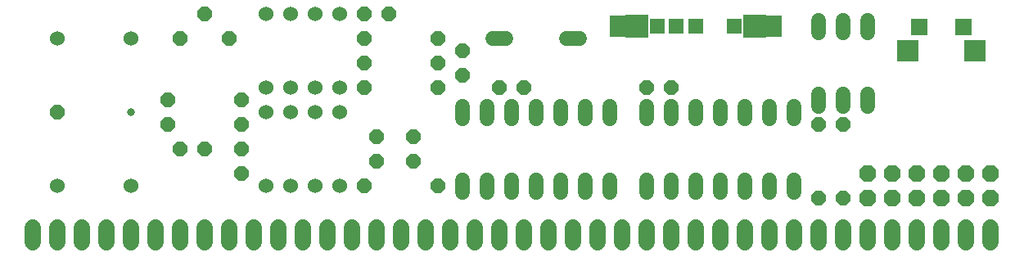
<source format=gbs>
G75*
%MOIN*%
%OFA0B0*%
%FSLAX24Y24*%
%IPPOS*%
%LPD*%
%AMOC8*
5,1,8,0,0,1.08239X$1,22.5*
%
%ADD10C,0.0316*%
%ADD11OC8,0.0600*%
%ADD12C,0.0600*%
%ADD13C,0.0600*%
%ADD14OC8,0.0680*%
%ADD15C,0.0680*%
%ADD16R,0.0595X0.0595*%
%ADD17R,0.0980X0.0980*%
%ADD18R,0.0905X0.0905*%
%ADD19R,0.0680X0.0680*%
%ADD20OC8,0.0595*%
D10*
X004680Y006180D03*
D11*
X006180Y005680D03*
X009180Y005680D03*
X009180Y004680D03*
X007680Y004680D03*
X006680Y004680D03*
X009180Y003680D03*
X014180Y003180D03*
X017180Y003180D03*
X016180Y004180D03*
X014680Y004180D03*
X014680Y005180D03*
X016180Y005180D03*
X009180Y006680D03*
X006180Y006680D03*
X014180Y007180D03*
X017180Y007180D03*
X018180Y007680D03*
X017180Y008180D03*
X018180Y008680D03*
X017180Y009180D03*
X014180Y009180D03*
X014180Y008180D03*
X008670Y009180D03*
X006690Y009180D03*
X007680Y010180D03*
X014180Y010180D03*
X015180Y010180D03*
X019680Y007180D03*
X020680Y007180D03*
X025680Y007180D03*
X026680Y007180D03*
X032680Y005680D03*
X033680Y005680D03*
X033680Y002680D03*
X032680Y002680D03*
D12*
X031680Y002920D02*
X031680Y003440D01*
X030680Y003440D02*
X030680Y002920D01*
X029680Y002920D02*
X029680Y003440D01*
X028680Y003440D02*
X028680Y002920D01*
X027680Y002920D02*
X027680Y003440D01*
X026680Y003440D02*
X026680Y002920D01*
X025680Y002920D02*
X025680Y003440D01*
X024180Y003440D02*
X024180Y002920D01*
X023180Y002920D02*
X023180Y003440D01*
X022180Y003440D02*
X022180Y002920D01*
X021180Y002920D02*
X021180Y003440D01*
X020180Y003440D02*
X020180Y002920D01*
X019180Y002920D02*
X019180Y003440D01*
X018180Y003440D02*
X018180Y002920D01*
X018180Y005920D02*
X018180Y006440D01*
X019180Y006440D02*
X019180Y005920D01*
X020180Y005920D02*
X020180Y006440D01*
X021180Y006440D02*
X021180Y005920D01*
X022180Y005920D02*
X022180Y006440D01*
X023180Y006440D02*
X023180Y005920D01*
X024180Y005920D02*
X024180Y006440D01*
X025680Y006440D02*
X025680Y005920D01*
X026680Y005920D02*
X026680Y006440D01*
X027680Y006440D02*
X027680Y005920D01*
X028680Y005920D02*
X028680Y006440D01*
X029680Y006440D02*
X029680Y005920D01*
X030680Y005920D02*
X030680Y006440D01*
X031680Y006440D02*
X031680Y005920D01*
X032680Y006420D02*
X032680Y006940D01*
X033680Y006940D02*
X033680Y006420D01*
X034680Y006420D02*
X034680Y006940D01*
X034680Y009420D02*
X034680Y009940D01*
X033680Y009940D02*
X033680Y009420D01*
X032680Y009420D02*
X032680Y009940D01*
X022940Y009180D02*
X022420Y009180D01*
X019940Y009180D02*
X019420Y009180D01*
D13*
X013180Y010180D03*
X012180Y010180D03*
X011180Y010180D03*
X010180Y010180D03*
X004680Y009180D03*
X001680Y009180D03*
X010180Y007180D03*
X011180Y007180D03*
X012180Y007180D03*
X013180Y007180D03*
X013180Y006180D03*
X012180Y006180D03*
X011180Y006180D03*
X010180Y006180D03*
X010180Y003180D03*
X011180Y003180D03*
X012180Y003180D03*
X013180Y003180D03*
X004680Y003180D03*
X001680Y003180D03*
D14*
X034680Y002680D03*
X035680Y002680D03*
X036680Y002680D03*
X037680Y002680D03*
X038680Y002680D03*
X039680Y002680D03*
X039680Y003680D03*
X038680Y003680D03*
X037680Y003680D03*
X036680Y003680D03*
X035680Y003680D03*
X034680Y003680D03*
D15*
X000680Y001480D02*
X000680Y000880D01*
X001680Y000880D02*
X001680Y001480D01*
X002680Y001480D02*
X002680Y000880D01*
X003680Y000880D02*
X003680Y001480D01*
X004680Y001480D02*
X004680Y000880D01*
X005680Y000880D02*
X005680Y001480D01*
X006680Y001480D02*
X006680Y000880D01*
X007680Y000880D02*
X007680Y001480D01*
X008680Y001480D02*
X008680Y000880D01*
X009680Y000880D02*
X009680Y001480D01*
X010680Y001480D02*
X010680Y000880D01*
X011680Y000880D02*
X011680Y001480D01*
X012680Y001480D02*
X012680Y000880D01*
X013680Y000880D02*
X013680Y001480D01*
X014680Y001480D02*
X014680Y000880D01*
X015680Y000880D02*
X015680Y001480D01*
X016680Y001480D02*
X016680Y000880D01*
X017680Y000880D02*
X017680Y001480D01*
X018680Y001480D02*
X018680Y000880D01*
X019680Y000880D02*
X019680Y001480D01*
X020680Y001480D02*
X020680Y000880D01*
X021680Y000880D02*
X021680Y001480D01*
X022680Y001480D02*
X022680Y000880D01*
X023680Y000880D02*
X023680Y001480D01*
X024680Y001480D02*
X024680Y000880D01*
X025680Y000880D02*
X025680Y001480D01*
X026680Y001480D02*
X026680Y000880D01*
X027680Y000880D02*
X027680Y001480D01*
X028680Y001480D02*
X028680Y000880D01*
X029680Y000880D02*
X029680Y001480D01*
X030680Y001480D02*
X030680Y000880D01*
X031680Y000880D02*
X031680Y001480D01*
X032680Y001480D02*
X032680Y000880D01*
X033680Y000880D02*
X033680Y001480D01*
X034680Y001480D02*
X034680Y000880D01*
X035680Y000880D02*
X035680Y001480D01*
X036680Y001480D02*
X036680Y000880D01*
X037680Y000880D02*
X037680Y001480D01*
X038680Y001480D02*
X038680Y000880D01*
X039680Y000880D02*
X039680Y001480D01*
D16*
X029250Y009680D03*
X027680Y009680D03*
X026890Y009680D03*
X026100Y009680D03*
D17*
X025280Y009680D03*
X030080Y009680D03*
D18*
X030750Y009680D03*
X036300Y008690D03*
X039060Y008690D03*
X024610Y009680D03*
D19*
X036795Y009670D03*
X038565Y009670D03*
D20*
X001680Y006180D03*
M02*

</source>
